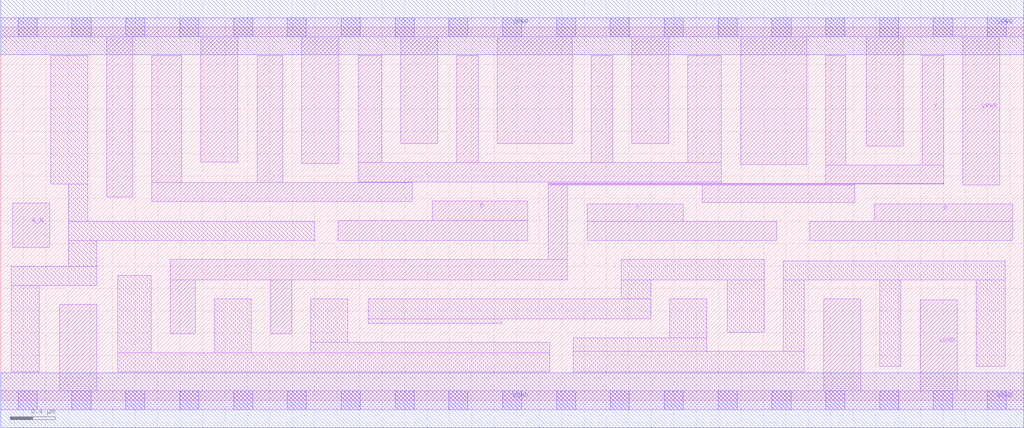
<source format=lef>
# Copyright 2020 The SkyWater PDK Authors
#
# Licensed under the Apache License, Version 2.0 (the "License");
# you may not use this file except in compliance with the License.
# You may obtain a copy of the License at
#
#     https://www.apache.org/licenses/LICENSE-2.0
#
# Unless required by applicable law or agreed to in writing, software
# distributed under the License is distributed on an "AS IS" BASIS,
# WITHOUT WARRANTIES OR CONDITIONS OF ANY KIND, either express or implied.
# See the License for the specific language governing permissions and
# limitations under the License.
#
# SPDX-License-Identifier: Apache-2.0

VERSION 5.7 ;
  NAMESCASESENSITIVE ON ;
  NOWIREEXTENSIONATPIN ON ;
  DIVIDERCHAR "/" ;
  BUSBITCHARS "[]" ;
UNITS
  DATABASE MICRONS 200 ;
END UNITS
MACRO sky130_fd_sc_lp__nand4b_4
  CLASS CORE ;
  SOURCE USER ;
  FOREIGN sky130_fd_sc_lp__nand4b_4 ;
  ORIGIN  0.000000  0.000000 ;
  SIZE  9.120000 BY  3.330000 ;
  SYMMETRY X Y R90 ;
  SITE unit ;
  PIN A_N
    ANTENNAGATEAREA  0.315000 ;
    DIRECTION INPUT ;
    USE SIGNAL ;
    PORT
      LAYER li1 ;
        RECT 0.105000 1.365000 0.435000 1.760000 ;
    END
  END A_N
  PIN B
    ANTENNAGATEAREA  1.260000 ;
    DIRECTION INPUT ;
    USE SIGNAL ;
    PORT
      LAYER li1 ;
        RECT 3.010000 1.425000 4.700000 1.605000 ;
        RECT 3.845000 1.605000 4.700000 1.780000 ;
    END
  END B
  PIN C
    ANTENNAGATEAREA  1.260000 ;
    DIRECTION INPUT ;
    USE SIGNAL ;
    PORT
      LAYER li1 ;
        RECT 5.230000 1.425000 6.920000 1.595000 ;
        RECT 5.230000 1.595000 6.085000 1.750000 ;
    END
  END C
  PIN D
    ANTENNAGATEAREA  1.260000 ;
    DIRECTION INPUT ;
    USE SIGNAL ;
    PORT
      LAYER li1 ;
        RECT 7.210000 1.425000 9.020000 1.595000 ;
        RECT 7.785000 1.595000 9.020000 1.750000 ;
    END
  END D
  PIN Y
    ANTENNADIFFAREA  3.292800 ;
    DIRECTION OUTPUT ;
    USE SIGNAL ;
    PORT
      LAYER li1 ;
        RECT 1.345000 1.775000 3.670000 1.945000 ;
        RECT 1.345000 1.945000 1.615000 3.075000 ;
        RECT 1.510000 0.595000 1.735000 1.075000 ;
        RECT 1.510000 1.075000 5.050000 1.255000 ;
        RECT 2.285000 1.945000 2.515000 3.075000 ;
        RECT 2.405000 0.595000 2.595000 1.075000 ;
        RECT 3.185000 1.945000 3.670000 1.950000 ;
        RECT 3.185000 1.950000 6.425000 2.120000 ;
        RECT 3.185000 2.120000 3.395000 3.075000 ;
        RECT 4.065000 2.120000 4.255000 3.075000 ;
        RECT 4.880000 1.255000 5.050000 1.920000 ;
        RECT 4.880000 1.920000 7.615000 1.930000 ;
        RECT 4.880000 1.930000 8.405000 1.935000 ;
        RECT 4.880000 1.935000 6.425000 1.950000 ;
        RECT 5.265000 2.120000 5.455000 3.075000 ;
        RECT 6.125000 2.120000 6.425000 3.075000 ;
        RECT 6.255000 1.765000 7.615000 1.920000 ;
        RECT 7.355000 1.935000 8.405000 2.100000 ;
        RECT 7.355000 2.100000 7.535000 3.075000 ;
        RECT 8.215000 2.100000 8.405000 3.075000 ;
    END
  END Y
  PIN VGND
    DIRECTION INOUT ;
    USE GROUND ;
    PORT
      LAYER li1 ;
        RECT 0.000000 -0.085000 9.120000 0.085000 ;
        RECT 0.525000  0.085000 0.855000 0.855000 ;
        RECT 7.335000  0.085000 7.665000 0.905000 ;
        RECT 8.195000  0.085000 8.525000 0.895000 ;
      LAYER mcon ;
        RECT 0.155000 -0.085000 0.325000 0.085000 ;
        RECT 0.635000 -0.085000 0.805000 0.085000 ;
        RECT 1.115000 -0.085000 1.285000 0.085000 ;
        RECT 1.595000 -0.085000 1.765000 0.085000 ;
        RECT 2.075000 -0.085000 2.245000 0.085000 ;
        RECT 2.555000 -0.085000 2.725000 0.085000 ;
        RECT 3.035000 -0.085000 3.205000 0.085000 ;
        RECT 3.515000 -0.085000 3.685000 0.085000 ;
        RECT 3.995000 -0.085000 4.165000 0.085000 ;
        RECT 4.475000 -0.085000 4.645000 0.085000 ;
        RECT 4.955000 -0.085000 5.125000 0.085000 ;
        RECT 5.435000 -0.085000 5.605000 0.085000 ;
        RECT 5.915000 -0.085000 6.085000 0.085000 ;
        RECT 6.395000 -0.085000 6.565000 0.085000 ;
        RECT 6.875000 -0.085000 7.045000 0.085000 ;
        RECT 7.355000 -0.085000 7.525000 0.085000 ;
        RECT 7.835000 -0.085000 8.005000 0.085000 ;
        RECT 8.315000 -0.085000 8.485000 0.085000 ;
        RECT 8.795000 -0.085000 8.965000 0.085000 ;
      LAYER met1 ;
        RECT 0.000000 -0.245000 9.120000 0.245000 ;
    END
  END VGND
  PIN VPWR
    DIRECTION INOUT ;
    USE POWER ;
    PORT
      LAYER li1 ;
        RECT 0.000000 3.245000 9.120000 3.415000 ;
        RECT 0.945000 1.815000 1.175000 3.245000 ;
        RECT 1.785000 2.125000 2.115000 3.245000 ;
        RECT 2.685000 2.115000 3.015000 3.245000 ;
        RECT 3.565000 2.290000 3.895000 3.245000 ;
        RECT 4.425000 2.290000 5.095000 3.245000 ;
        RECT 5.625000 2.290000 5.955000 3.245000 ;
        RECT 6.595000 2.105000 7.185000 3.245000 ;
        RECT 7.715000 2.270000 8.045000 3.245000 ;
        RECT 8.575000 1.920000 8.905000 3.245000 ;
      LAYER mcon ;
        RECT 0.155000 3.245000 0.325000 3.415000 ;
        RECT 0.635000 3.245000 0.805000 3.415000 ;
        RECT 1.115000 3.245000 1.285000 3.415000 ;
        RECT 1.595000 3.245000 1.765000 3.415000 ;
        RECT 2.075000 3.245000 2.245000 3.415000 ;
        RECT 2.555000 3.245000 2.725000 3.415000 ;
        RECT 3.035000 3.245000 3.205000 3.415000 ;
        RECT 3.515000 3.245000 3.685000 3.415000 ;
        RECT 3.995000 3.245000 4.165000 3.415000 ;
        RECT 4.475000 3.245000 4.645000 3.415000 ;
        RECT 4.955000 3.245000 5.125000 3.415000 ;
        RECT 5.435000 3.245000 5.605000 3.415000 ;
        RECT 5.915000 3.245000 6.085000 3.415000 ;
        RECT 6.395000 3.245000 6.565000 3.415000 ;
        RECT 6.875000 3.245000 7.045000 3.415000 ;
        RECT 7.355000 3.245000 7.525000 3.415000 ;
        RECT 7.835000 3.245000 8.005000 3.415000 ;
        RECT 8.315000 3.245000 8.485000 3.415000 ;
        RECT 8.795000 3.245000 8.965000 3.415000 ;
      LAYER met1 ;
        RECT 0.000000 3.085000 9.120000 3.575000 ;
    END
  END VPWR
  OBS
    LAYER li1 ;
      RECT 0.095000 0.255000 0.345000 1.025000 ;
      RECT 0.095000 1.025000 0.855000 1.195000 ;
      RECT 0.445000 1.930000 0.775000 3.075000 ;
      RECT 0.605000 1.195000 0.855000 1.425000 ;
      RECT 0.605000 1.425000 2.800000 1.595000 ;
      RECT 0.605000 1.595000 0.775000 1.930000 ;
      RECT 1.045000 0.255000 4.895000 0.425000 ;
      RECT 1.045000 0.425000 1.340000 1.115000 ;
      RECT 1.905000 0.425000 2.235000 0.905000 ;
      RECT 2.765000 0.425000 4.895000 0.515000 ;
      RECT 2.765000 0.515000 3.095000 0.905000 ;
      RECT 3.275000 0.685000 4.465000 0.725000 ;
      RECT 3.275000 0.725000 5.795000 0.905000 ;
      RECT 5.105000 0.255000 7.165000 0.435000 ;
      RECT 5.105000 0.435000 6.295000 0.555000 ;
      RECT 5.530000 0.905000 5.795000 1.075000 ;
      RECT 5.530000 1.075000 6.805000 1.255000 ;
      RECT 5.965000 0.555000 6.295000 0.905000 ;
      RECT 6.475000 0.605000 6.805000 1.075000 ;
      RECT 6.975000 0.435000 7.165000 1.075000 ;
      RECT 6.975000 1.075000 8.955000 1.245000 ;
      RECT 7.835000 0.305000 8.025000 1.075000 ;
      RECT 8.695000 0.305000 8.955000 1.075000 ;
  END
END sky130_fd_sc_lp__nand4b_4

</source>
